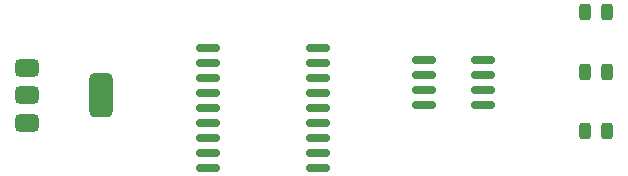
<source format=gtp>
%TF.GenerationSoftware,KiCad,Pcbnew,9.0.7*%
%TF.CreationDate,2026-02-04T14:07:26-06:00*%
%TF.ProjectId,can-hat,63616e2d-6861-4742-9e6b-696361645f70,rev?*%
%TF.SameCoordinates,Original*%
%TF.FileFunction,Paste,Top*%
%TF.FilePolarity,Positive*%
%FSLAX46Y46*%
G04 Gerber Fmt 4.6, Leading zero omitted, Abs format (unit mm)*
G04 Created by KiCad (PCBNEW 9.0.7) date 2026-02-04 14:07:26*
%MOMM*%
%LPD*%
G01*
G04 APERTURE LIST*
G04 Aperture macros list*
%AMRoundRect*
0 Rectangle with rounded corners*
0 $1 Rounding radius*
0 $2 $3 $4 $5 $6 $7 $8 $9 X,Y pos of 4 corners*
0 Add a 4 corners polygon primitive as box body*
4,1,4,$2,$3,$4,$5,$6,$7,$8,$9,$2,$3,0*
0 Add four circle primitives for the rounded corners*
1,1,$1+$1,$2,$3*
1,1,$1+$1,$4,$5*
1,1,$1+$1,$6,$7*
1,1,$1+$1,$8,$9*
0 Add four rect primitives between the rounded corners*
20,1,$1+$1,$2,$3,$4,$5,0*
20,1,$1+$1,$4,$5,$6,$7,0*
20,1,$1+$1,$6,$7,$8,$9,0*
20,1,$1+$1,$8,$9,$2,$3,0*%
G04 Aperture macros list end*
%ADD10RoundRect,0.150000X-0.825000X-0.150000X0.825000X-0.150000X0.825000X0.150000X-0.825000X0.150000X0*%
%ADD11RoundRect,0.243750X-0.243750X-0.456250X0.243750X-0.456250X0.243750X0.456250X-0.243750X0.456250X0*%
%ADD12RoundRect,0.150000X-0.875000X-0.150000X0.875000X-0.150000X0.875000X0.150000X-0.875000X0.150000X0*%
%ADD13RoundRect,0.375000X-0.625000X-0.375000X0.625000X-0.375000X0.625000X0.375000X-0.625000X0.375000X0*%
%ADD14RoundRect,0.500000X-0.500000X-1.400000X0.500000X-1.400000X0.500000X1.400000X-0.500000X1.400000X0*%
G04 APERTURE END LIST*
D10*
%TO.C,U3*%
X158500000Y-48500000D03*
X158500000Y-49770000D03*
X158500000Y-51040000D03*
X158500000Y-52310000D03*
X163450000Y-52310000D03*
X163450000Y-51040000D03*
X163450000Y-49770000D03*
X163450000Y-48500000D03*
%TD*%
D11*
%TO.C,LED2*%
X172125000Y-49500000D03*
X174000000Y-49500000D03*
%TD*%
D12*
%TO.C,U2*%
X140200000Y-47500000D03*
X140200000Y-48770000D03*
X140200000Y-50040000D03*
X140200000Y-51310000D03*
X140200000Y-52580000D03*
X140200000Y-53850000D03*
X140200000Y-55120000D03*
X140200000Y-56390000D03*
X140200000Y-57660000D03*
X149500000Y-57660000D03*
X149500000Y-56390000D03*
X149500000Y-55120000D03*
X149500000Y-53850000D03*
X149500000Y-52580000D03*
X149500000Y-51310000D03*
X149500000Y-50040000D03*
X149500000Y-48770000D03*
X149500000Y-47500000D03*
%TD*%
D13*
%TO.C,U1*%
X124850000Y-49200000D03*
X124850000Y-51500000D03*
D14*
X131150000Y-51500000D03*
D13*
X124850000Y-53800000D03*
%TD*%
D11*
%TO.C,LED3*%
X172125000Y-54500000D03*
X174000000Y-54500000D03*
%TD*%
%TO.C,LED1*%
X172125000Y-44430000D03*
X174000000Y-44430000D03*
%TD*%
M02*

</source>
